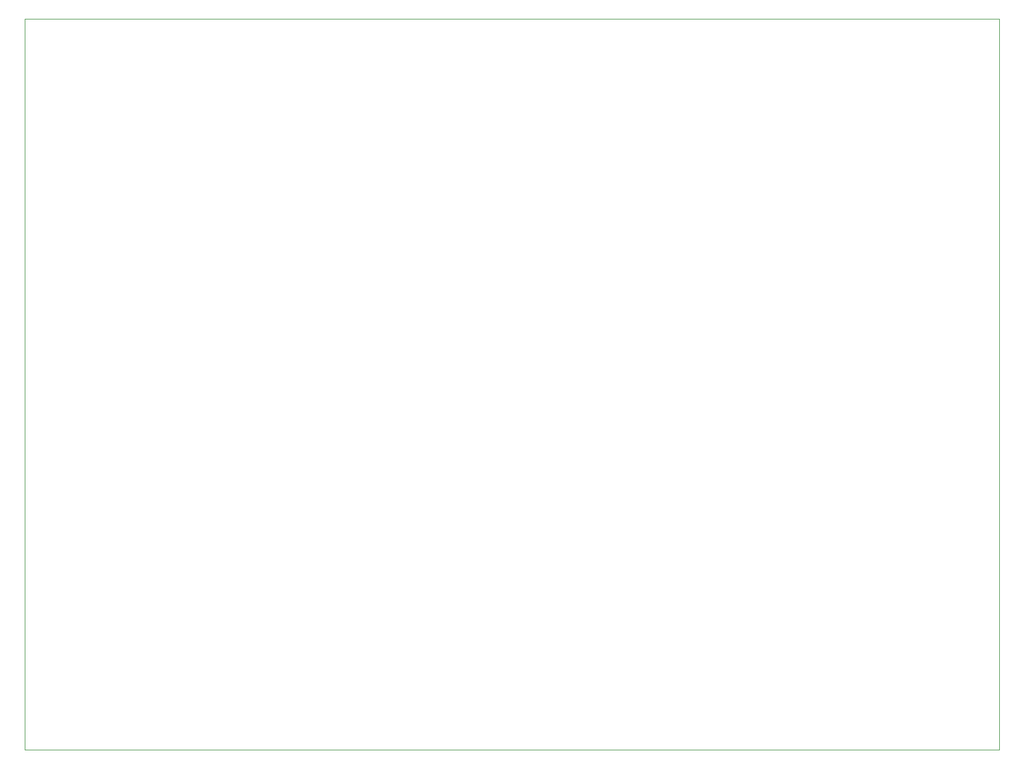
<source format=gbr>
%TF.GenerationSoftware,KiCad,Pcbnew,(5.1.8)-1*%
%TF.CreationDate,2021-01-26T23:12:49-05:00*%
%TF.ProjectId,LedController2,4c656443-6f6e-4747-926f-6c6c6572322e,rev?*%
%TF.SameCoordinates,Original*%
%TF.FileFunction,Profile,NP*%
%FSLAX46Y46*%
G04 Gerber Fmt 4.6, Leading zero omitted, Abs format (unit mm)*
G04 Created by KiCad (PCBNEW (5.1.8)-1) date 2021-01-26 23:12:49*
%MOMM*%
%LPD*%
G01*
G04 APERTURE LIST*
%TA.AperFunction,Profile*%
%ADD10C,0.050000*%
%TD*%
G04 APERTURE END LIST*
D10*
X0Y0D02*
X0Y-105000000D01*
X0Y-105000000D02*
X140000000Y-105000000D01*
X140000000Y0D02*
X140000000Y-105000000D01*
X0Y0D02*
X140000000Y0D01*
M02*

</source>
